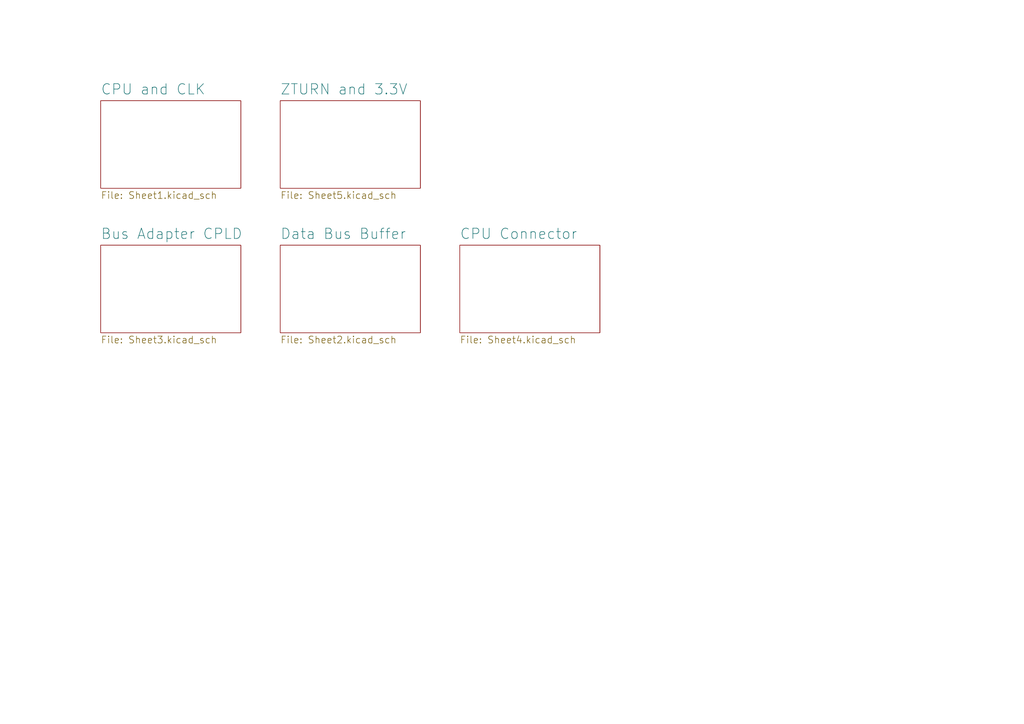
<source format=kicad_sch>
(kicad_sch (version 20230121) (generator eeschema)
  (paper "A4")
  (title_block (title "Z3660 by sHaNsHe (Double H Tech)") (date "2024-02-09") (rev "v0.21b") (comment 1 "v0.21a Changed Array Networks") (comment 2 "v0.21b Changed the 060 socket"))
  (lib_symbols)
  (sheet (at 133.35 71.12) (size 40.64 25.4)
    (property "Sheetname" "CPU Connector" (at 133.35 69.5448 0) (effects (font (size 2.9972 2.9972)) (justify left bottom)))
    (property "Sheetfile" "Sheet4.kicad_sch" (at 133.35 97.3966 0) (effects (font (size 2 2)) (justify left top)))
  )
  (sheet (at 81.28 71.12) (size 40.64 25.4)
    (property "Sheetname" "Data Bus Buffer" (at 81.28 69.5448 0) (effects (font (size 2.9972 2.9972)) (justify left bottom)))
    (property "Sheetfile" "Sheet2.kicad_sch" (at 81.28 97.3966 0) (effects (font (size 2 2)) (justify left top)))
  )
  (sheet (at 29.21 29.21) (size 40.64 25.4)
    (property "Sheetname" "CPU and CLK" (at 29.21 27.6348 0) (effects (font (size 2.9972 2.9972)) (justify left bottom)))
    (property "Sheetfile" "Sheet1.kicad_sch" (at 29.21 55.4866 0) (effects (font (size 2 2)) (justify left top)))
  )
  (sheet (at 29.21 71.12) (size 40.64 25.4)
    (property "Sheetname" "Bus Adapter CPLD" (at 29.21 69.5448 0) (effects (font (size 2.9972 2.9972)) (justify left bottom)))
    (property "Sheetfile" "Sheet3.kicad_sch" (at 29.21 97.3966 0) (effects (font (size 2 2)) (justify left top)))
  )
  (sheet (at 81.28 29.21) (size 40.64 25.4)
    (property "Sheetname" "ZTURN and 3.3V" (at 81.28 27.6348 0) (effects (font (size 2.9972 2.9972)) (justify left bottom)))
    (property "Sheetfile" "Sheet5.kicad_sch" (at 81.28 55.4866 0) (effects (font (size 2 2)) (justify left top)))
  )
)
</source>
